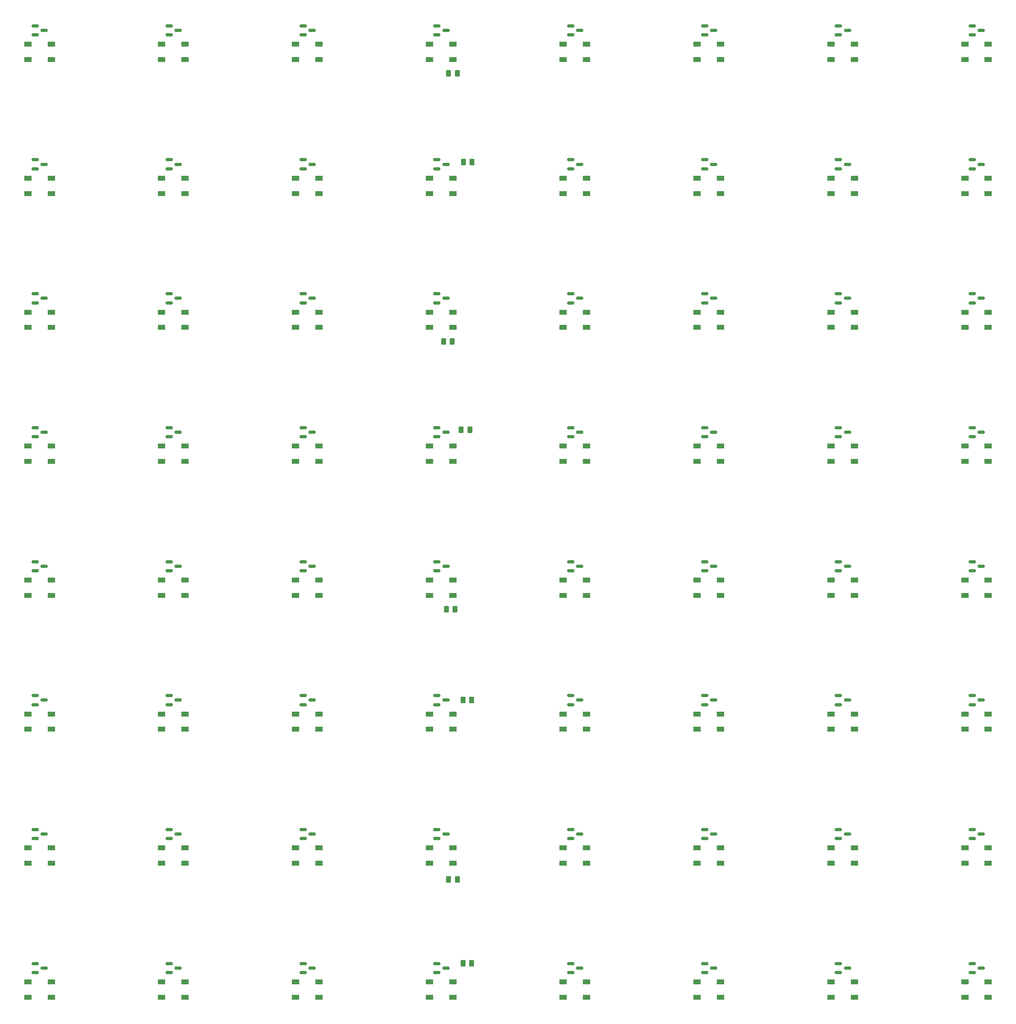
<source format=gtp>
G04 #@! TF.GenerationSoftware,KiCad,Pcbnew,8.0.7*
G04 #@! TF.CreationDate,2025-03-27T18:08:51-05:00*
G04 #@! TF.ProjectId,Chess_board2,43686573-735f-4626-9f61-7264322e6b69,rev?*
G04 #@! TF.SameCoordinates,Original*
G04 #@! TF.FileFunction,Paste,Top*
G04 #@! TF.FilePolarity,Positive*
%FSLAX46Y46*%
G04 Gerber Fmt 4.6, Leading zero omitted, Abs format (unit mm)*
G04 Created by KiCad (PCBNEW 8.0.7) date 2025-03-27 18:08:51*
%MOMM*%
%LPD*%
G01*
G04 APERTURE LIST*
G04 Aperture macros list*
%AMRoundRect*
0 Rectangle with rounded corners*
0 $1 Rounding radius*
0 $2 $3 $4 $5 $6 $7 $8 $9 X,Y pos of 4 corners*
0 Add a 4 corners polygon primitive as box body*
4,1,4,$2,$3,$4,$5,$6,$7,$8,$9,$2,$3,0*
0 Add four circle primitives for the rounded corners*
1,1,$1+$1,$2,$3*
1,1,$1+$1,$4,$5*
1,1,$1+$1,$6,$7*
1,1,$1+$1,$8,$9*
0 Add four rect primitives between the rounded corners*
20,1,$1+$1,$2,$3,$4,$5,0*
20,1,$1+$1,$4,$5,$6,$7,0*
20,1,$1+$1,$6,$7,$8,$9,0*
20,1,$1+$1,$8,$9,$2,$3,0*%
G04 Aperture macros list end*
%ADD10R,1.500000X1.000000*%
%ADD11RoundRect,0.150000X-0.587500X-0.150000X0.587500X-0.150000X0.587500X0.150000X-0.587500X0.150000X0*%
%ADD12RoundRect,0.250000X-0.262500X-0.450000X0.262500X-0.450000X0.262500X0.450000X-0.262500X0.450000X0*%
G04 APERTURE END LIST*
D10*
G04 #@! TO.C,D21*
X433550000Y-127400000D03*
X433550000Y-130600000D03*
X438450000Y-130600000D03*
X438450000Y-127400000D03*
G04 #@! TD*
G04 #@! TO.C,D42*
X349550000Y-211400000D03*
X349550000Y-214600000D03*
X354450000Y-214600000D03*
X354450000Y-211400000D03*
G04 #@! TD*
G04 #@! TO.C,D56*
X517550000Y-239400000D03*
X517550000Y-242600000D03*
X522450000Y-242600000D03*
X522450000Y-239400000D03*
G04 #@! TD*
G04 #@! TO.C,D43*
X377550000Y-211400000D03*
X377550000Y-214600000D03*
X382450000Y-214600000D03*
X382450000Y-211400000D03*
G04 #@! TD*
D11*
G04 #@! TO.C,U12*
X407125000Y-95550000D03*
X407125000Y-97450000D03*
X409000000Y-96500000D03*
G04 #@! TD*
D10*
G04 #@! TO.C,D34*
X349550000Y-183400000D03*
X349550000Y-186600000D03*
X354450000Y-186600000D03*
X354450000Y-183400000D03*
G04 #@! TD*
G04 #@! TO.C,D9*
X321550000Y-99400000D03*
X321550000Y-102600000D03*
X326450000Y-102600000D03*
X326450000Y-99400000D03*
G04 #@! TD*
D12*
G04 #@! TO.C,R7*
X409587500Y-246000000D03*
X411412500Y-246000000D03*
G04 #@! TD*
D10*
G04 #@! TO.C,D45*
X433550000Y-211400000D03*
X433550000Y-214600000D03*
X438450000Y-214600000D03*
X438450000Y-211400000D03*
G04 #@! TD*
D11*
G04 #@! TO.C,U11*
X379125000Y-95550000D03*
X379125000Y-97450000D03*
X381000000Y-96500000D03*
G04 #@! TD*
D10*
G04 #@! TO.C,D1*
X321550000Y-71400000D03*
X321550000Y-74600000D03*
X326450000Y-74600000D03*
X326450000Y-71400000D03*
G04 #@! TD*
D11*
G04 #@! TO.C,U64*
X519125000Y-263550000D03*
X519125000Y-265450000D03*
X521000000Y-264500000D03*
G04 #@! TD*
D10*
G04 #@! TO.C,D32*
X517550000Y-155400000D03*
X517550000Y-158600000D03*
X522450000Y-158600000D03*
X522450000Y-155400000D03*
G04 #@! TD*
D11*
G04 #@! TO.C,U26*
X351125000Y-151550000D03*
X351125000Y-153450000D03*
X353000000Y-152500000D03*
G04 #@! TD*
G04 #@! TO.C,U51*
X379125000Y-235550000D03*
X379125000Y-237450000D03*
X381000000Y-236500000D03*
G04 #@! TD*
D10*
G04 #@! TO.C,D3*
X377550000Y-71400000D03*
X377550000Y-74600000D03*
X382450000Y-74600000D03*
X382450000Y-71400000D03*
G04 #@! TD*
G04 #@! TO.C,D24*
X517550000Y-127400000D03*
X517550000Y-130600000D03*
X522450000Y-130600000D03*
X522450000Y-127400000D03*
G04 #@! TD*
G04 #@! TO.C,D46*
X461550000Y-211400000D03*
X461550000Y-214600000D03*
X466450000Y-214600000D03*
X466450000Y-211400000D03*
G04 #@! TD*
G04 #@! TO.C,D61*
X433550000Y-267400000D03*
X433550000Y-270600000D03*
X438450000Y-270600000D03*
X438450000Y-267400000D03*
G04 #@! TD*
D11*
G04 #@! TO.C,U48*
X519125000Y-207550000D03*
X519125000Y-209450000D03*
X521000000Y-208500000D03*
G04 #@! TD*
G04 #@! TO.C,U45*
X435125000Y-207550000D03*
X435125000Y-209450000D03*
X437000000Y-208500000D03*
G04 #@! TD*
D10*
G04 #@! TO.C,D55*
X489550000Y-239400000D03*
X489550000Y-242600000D03*
X494450000Y-242600000D03*
X494450000Y-239400000D03*
G04 #@! TD*
D11*
G04 #@! TO.C,U62*
X463125000Y-263550000D03*
X463125000Y-265450000D03*
X465000000Y-264500000D03*
G04 #@! TD*
G04 #@! TO.C,U16*
X519125000Y-95550000D03*
X519125000Y-97450000D03*
X521000000Y-96500000D03*
G04 #@! TD*
D12*
G04 #@! TO.C,R6*
X412587500Y-208500000D03*
X414412500Y-208500000D03*
G04 #@! TD*
D10*
G04 #@! TO.C,D30*
X461550000Y-155400000D03*
X461550000Y-158600000D03*
X466450000Y-158600000D03*
X466450000Y-155400000D03*
G04 #@! TD*
G04 #@! TO.C,D26*
X349550000Y-155400000D03*
X349550000Y-158600000D03*
X354450000Y-158600000D03*
X354450000Y-155400000D03*
G04 #@! TD*
G04 #@! TO.C,D50*
X349550000Y-239400000D03*
X349550000Y-242600000D03*
X354450000Y-242600000D03*
X354450000Y-239400000D03*
G04 #@! TD*
D12*
G04 #@! TO.C,R8*
X412587500Y-263500000D03*
X414412500Y-263500000D03*
G04 #@! TD*
D10*
G04 #@! TO.C,D16*
X517550000Y-99400000D03*
X517550000Y-102600000D03*
X522450000Y-102600000D03*
X522450000Y-99400000D03*
G04 #@! TD*
D11*
G04 #@! TO.C,U29*
X435125000Y-151550000D03*
X435125000Y-153450000D03*
X437000000Y-152500000D03*
G04 #@! TD*
G04 #@! TO.C,U22*
X463125000Y-123550000D03*
X463125000Y-125450000D03*
X465000000Y-124500000D03*
G04 #@! TD*
G04 #@! TO.C,U42*
X351125000Y-207550000D03*
X351125000Y-209450000D03*
X353000000Y-208500000D03*
G04 #@! TD*
D10*
G04 #@! TO.C,D17*
X321550000Y-127400000D03*
X321550000Y-130600000D03*
X326450000Y-130600000D03*
X326450000Y-127400000D03*
G04 #@! TD*
D11*
G04 #@! TO.C,U50*
X351125000Y-235550000D03*
X351125000Y-237450000D03*
X353000000Y-236500000D03*
G04 #@! TD*
D10*
G04 #@! TO.C,D14*
X461550000Y-99400000D03*
X461550000Y-102600000D03*
X466450000Y-102600000D03*
X466450000Y-99400000D03*
G04 #@! TD*
G04 #@! TO.C,D5*
X433550000Y-71400000D03*
X433550000Y-74600000D03*
X438450000Y-74600000D03*
X438450000Y-71400000D03*
G04 #@! TD*
G04 #@! TO.C,D27*
X377550000Y-155400000D03*
X377550000Y-158600000D03*
X382450000Y-158600000D03*
X382450000Y-155400000D03*
G04 #@! TD*
D11*
G04 #@! TO.C,U24*
X519125000Y-123550000D03*
X519125000Y-125450000D03*
X521000000Y-124500000D03*
G04 #@! TD*
G04 #@! TO.C,U28*
X407125000Y-151550000D03*
X407125000Y-153450000D03*
X409000000Y-152500000D03*
G04 #@! TD*
D10*
G04 #@! TO.C,D18*
X349550000Y-127400000D03*
X349550000Y-130600000D03*
X354450000Y-130600000D03*
X354450000Y-127400000D03*
G04 #@! TD*
G04 #@! TO.C,D49*
X321550000Y-239400000D03*
X321550000Y-242600000D03*
X326450000Y-242600000D03*
X326450000Y-239400000D03*
G04 #@! TD*
G04 #@! TO.C,D31*
X489550000Y-155400000D03*
X489550000Y-158600000D03*
X494450000Y-158600000D03*
X494450000Y-155400000D03*
G04 #@! TD*
D11*
G04 #@! TO.C,U21*
X435125000Y-123550000D03*
X435125000Y-125450000D03*
X437000000Y-124500000D03*
G04 #@! TD*
G04 #@! TO.C,U23*
X491125000Y-123550000D03*
X491125000Y-125450000D03*
X493000000Y-124500000D03*
G04 #@! TD*
G04 #@! TO.C,U31*
X491125000Y-151550000D03*
X491125000Y-153450000D03*
X493000000Y-152500000D03*
G04 #@! TD*
G04 #@! TO.C,U10*
X351125000Y-95550000D03*
X351125000Y-97450000D03*
X353000000Y-96500000D03*
G04 #@! TD*
D12*
G04 #@! TO.C,R1*
X409587500Y-77500000D03*
X411412500Y-77500000D03*
G04 #@! TD*
D10*
G04 #@! TO.C,D15*
X489550000Y-99400000D03*
X489550000Y-102600000D03*
X494450000Y-102600000D03*
X494450000Y-99400000D03*
G04 #@! TD*
D11*
G04 #@! TO.C,U20*
X407125000Y-123550000D03*
X407125000Y-125450000D03*
X409000000Y-124500000D03*
G04 #@! TD*
D10*
G04 #@! TO.C,D54*
X461550000Y-239400000D03*
X461550000Y-242600000D03*
X466450000Y-242600000D03*
X466450000Y-239400000D03*
G04 #@! TD*
D11*
G04 #@! TO.C,U34*
X351125000Y-179550000D03*
X351125000Y-181450000D03*
X353000000Y-180500000D03*
G04 #@! TD*
G04 #@! TO.C,U38*
X463125000Y-179550000D03*
X463125000Y-181450000D03*
X465000000Y-180500000D03*
G04 #@! TD*
G04 #@! TO.C,U55*
X491125000Y-235550000D03*
X491125000Y-237450000D03*
X493000000Y-236500000D03*
G04 #@! TD*
D10*
G04 #@! TO.C,D37*
X433550000Y-183400000D03*
X433550000Y-186600000D03*
X438450000Y-186600000D03*
X438450000Y-183400000D03*
G04 #@! TD*
D11*
G04 #@! TO.C,U4*
X407125000Y-67550000D03*
X407125000Y-69450000D03*
X409000000Y-68500000D03*
G04 #@! TD*
D10*
G04 #@! TO.C,D48*
X517550000Y-211400000D03*
X517550000Y-214600000D03*
X522450000Y-214600000D03*
X522450000Y-211400000D03*
G04 #@! TD*
D11*
G04 #@! TO.C,U36*
X407125000Y-179550000D03*
X407125000Y-181450000D03*
X409000000Y-180500000D03*
G04 #@! TD*
G04 #@! TO.C,U49*
X323125000Y-235550000D03*
X323125000Y-237450000D03*
X325000000Y-236500000D03*
G04 #@! TD*
G04 #@! TO.C,U14*
X463125000Y-95550000D03*
X463125000Y-97450000D03*
X465000000Y-96500000D03*
G04 #@! TD*
G04 #@! TO.C,U35*
X379125000Y-179550000D03*
X379125000Y-181450000D03*
X381000000Y-180500000D03*
G04 #@! TD*
G04 #@! TO.C,U39*
X491125000Y-179550000D03*
X491125000Y-181450000D03*
X493000000Y-180500000D03*
G04 #@! TD*
G04 #@! TO.C,U60*
X407125000Y-263550000D03*
X407125000Y-265450000D03*
X409000000Y-264500000D03*
G04 #@! TD*
G04 #@! TO.C,U57*
X323125000Y-263550000D03*
X323125000Y-265450000D03*
X325000000Y-264500000D03*
G04 #@! TD*
D10*
G04 #@! TO.C,D8*
X517550000Y-71400000D03*
X517550000Y-74600000D03*
X522450000Y-74600000D03*
X522450000Y-71400000D03*
G04 #@! TD*
G04 #@! TO.C,D12*
X405550000Y-99400000D03*
X405550000Y-102600000D03*
X410450000Y-102600000D03*
X410450000Y-99400000D03*
G04 #@! TD*
D12*
G04 #@! TO.C,R2*
X412675000Y-96000000D03*
X414500000Y-96000000D03*
G04 #@! TD*
D11*
G04 #@! TO.C,U56*
X519125000Y-235550000D03*
X519125000Y-237450000D03*
X521000000Y-236500000D03*
G04 #@! TD*
D10*
G04 #@! TO.C,D60*
X405550000Y-267400000D03*
X405550000Y-270600000D03*
X410450000Y-270600000D03*
X410450000Y-267400000D03*
G04 #@! TD*
D12*
G04 #@! TO.C,R4*
X412175000Y-152000000D03*
X414000000Y-152000000D03*
G04 #@! TD*
D11*
G04 #@! TO.C,U44*
X407125000Y-207550000D03*
X407125000Y-209450000D03*
X409000000Y-208500000D03*
G04 #@! TD*
G04 #@! TO.C,U30*
X463125000Y-151550000D03*
X463125000Y-153450000D03*
X465000000Y-152500000D03*
G04 #@! TD*
G04 #@! TO.C,U27*
X379125000Y-151550000D03*
X379125000Y-153450000D03*
X381000000Y-152500000D03*
G04 #@! TD*
G04 #@! TO.C,U8*
X519125000Y-67550000D03*
X519125000Y-69450000D03*
X521000000Y-68500000D03*
G04 #@! TD*
D10*
G04 #@! TO.C,D6*
X461550000Y-71400000D03*
X461550000Y-74600000D03*
X466450000Y-74600000D03*
X466450000Y-71400000D03*
G04 #@! TD*
D11*
G04 #@! TO.C,U25*
X323125000Y-151550000D03*
X323125000Y-153450000D03*
X325000000Y-152500000D03*
G04 #@! TD*
D10*
G04 #@! TO.C,D40*
X517550000Y-183400000D03*
X517550000Y-186600000D03*
X522450000Y-186600000D03*
X522450000Y-183400000D03*
G04 #@! TD*
G04 #@! TO.C,D35*
X377550000Y-183400000D03*
X377550000Y-186600000D03*
X382450000Y-186600000D03*
X382450000Y-183400000D03*
G04 #@! TD*
G04 #@! TO.C,D52*
X405550000Y-239400000D03*
X405550000Y-242600000D03*
X410450000Y-242600000D03*
X410450000Y-239400000D03*
G04 #@! TD*
G04 #@! TO.C,D20*
X405550000Y-127400000D03*
X405550000Y-130600000D03*
X410450000Y-130600000D03*
X410450000Y-127400000D03*
G04 #@! TD*
G04 #@! TO.C,D23*
X489550000Y-127400000D03*
X489550000Y-130600000D03*
X494450000Y-130600000D03*
X494450000Y-127400000D03*
G04 #@! TD*
G04 #@! TO.C,D25*
X321550000Y-155400000D03*
X321550000Y-158600000D03*
X326450000Y-158600000D03*
X326450000Y-155400000D03*
G04 #@! TD*
D11*
G04 #@! TO.C,U19*
X379125000Y-123550000D03*
X379125000Y-125450000D03*
X381000000Y-124500000D03*
G04 #@! TD*
D10*
G04 #@! TO.C,D36*
X405550000Y-183400000D03*
X405550000Y-186600000D03*
X410450000Y-186600000D03*
X410450000Y-183400000D03*
G04 #@! TD*
G04 #@! TO.C,D2*
X349550000Y-71400000D03*
X349550000Y-74600000D03*
X354450000Y-74600000D03*
X354450000Y-71400000D03*
G04 #@! TD*
G04 #@! TO.C,D64*
X517550000Y-267400000D03*
X517550000Y-270600000D03*
X522450000Y-270600000D03*
X522450000Y-267400000D03*
G04 #@! TD*
D11*
G04 #@! TO.C,U32*
X519125000Y-151550000D03*
X519125000Y-153450000D03*
X521000000Y-152500000D03*
G04 #@! TD*
G04 #@! TO.C,U46*
X463125000Y-207550000D03*
X463125000Y-209450000D03*
X465000000Y-208500000D03*
G04 #@! TD*
D10*
G04 #@! TO.C,D63*
X489550000Y-267400000D03*
X489550000Y-270600000D03*
X494450000Y-270600000D03*
X494450000Y-267400000D03*
G04 #@! TD*
D12*
G04 #@! TO.C,R3*
X408500000Y-133500000D03*
X410325000Y-133500000D03*
G04 #@! TD*
D11*
G04 #@! TO.C,U2*
X351125000Y-67550000D03*
X351125000Y-69450000D03*
X353000000Y-68500000D03*
G04 #@! TD*
D12*
G04 #@! TO.C,R5*
X409087500Y-189500000D03*
X410912500Y-189500000D03*
G04 #@! TD*
D10*
G04 #@! TO.C,D47*
X489550000Y-211400000D03*
X489550000Y-214600000D03*
X494450000Y-214600000D03*
X494450000Y-211400000D03*
G04 #@! TD*
G04 #@! TO.C,D28*
X405550000Y-155400000D03*
X405550000Y-158600000D03*
X410450000Y-158600000D03*
X410450000Y-155400000D03*
G04 #@! TD*
D11*
G04 #@! TO.C,U9*
X323125000Y-95550000D03*
X323125000Y-97450000D03*
X325000000Y-96500000D03*
G04 #@! TD*
D10*
G04 #@! TO.C,D41*
X321550000Y-211400000D03*
X321550000Y-214600000D03*
X326450000Y-214600000D03*
X326450000Y-211400000D03*
G04 #@! TD*
G04 #@! TO.C,D44*
X405550000Y-211400000D03*
X405550000Y-214600000D03*
X410450000Y-214600000D03*
X410450000Y-211400000D03*
G04 #@! TD*
D11*
G04 #@! TO.C,U17*
X323125000Y-123550000D03*
X323125000Y-125450000D03*
X325000000Y-124500000D03*
G04 #@! TD*
D10*
G04 #@! TO.C,D19*
X377550000Y-127400000D03*
X377550000Y-130600000D03*
X382450000Y-130600000D03*
X382450000Y-127400000D03*
G04 #@! TD*
G04 #@! TO.C,D38*
X461550000Y-183400000D03*
X461550000Y-186600000D03*
X466450000Y-186600000D03*
X466450000Y-183400000D03*
G04 #@! TD*
G04 #@! TO.C,D62*
X461550000Y-267400000D03*
X461550000Y-270600000D03*
X466450000Y-270600000D03*
X466450000Y-267400000D03*
G04 #@! TD*
D11*
G04 #@! TO.C,U40*
X519125000Y-179550000D03*
X519125000Y-181450000D03*
X521000000Y-180500000D03*
G04 #@! TD*
D10*
G04 #@! TO.C,D10*
X349550000Y-99400000D03*
X349550000Y-102600000D03*
X354450000Y-102600000D03*
X354450000Y-99400000D03*
G04 #@! TD*
G04 #@! TO.C,D58*
X349550000Y-267400000D03*
X349550000Y-270600000D03*
X354450000Y-270600000D03*
X354450000Y-267400000D03*
G04 #@! TD*
G04 #@! TO.C,D57*
X321550000Y-267400000D03*
X321550000Y-270600000D03*
X326450000Y-270600000D03*
X326450000Y-267400000D03*
G04 #@! TD*
D11*
G04 #@! TO.C,U3*
X379125000Y-67550000D03*
X379125000Y-69450000D03*
X381000000Y-68500000D03*
G04 #@! TD*
G04 #@! TO.C,U58*
X351125000Y-263550000D03*
X351125000Y-265450000D03*
X353000000Y-264500000D03*
G04 #@! TD*
D10*
G04 #@! TO.C,D53*
X433550000Y-239400000D03*
X433550000Y-242600000D03*
X438450000Y-242600000D03*
X438450000Y-239400000D03*
G04 #@! TD*
G04 #@! TO.C,D22*
X461550000Y-127400000D03*
X461550000Y-130600000D03*
X466450000Y-130600000D03*
X466450000Y-127400000D03*
G04 #@! TD*
D11*
G04 #@! TO.C,U61*
X435125000Y-263550000D03*
X435125000Y-265450000D03*
X437000000Y-264500000D03*
G04 #@! TD*
G04 #@! TO.C,U47*
X491125000Y-207550000D03*
X491125000Y-209450000D03*
X493000000Y-208500000D03*
G04 #@! TD*
D10*
G04 #@! TO.C,D33*
X321550000Y-183400000D03*
X321550000Y-186600000D03*
X326450000Y-186600000D03*
X326450000Y-183400000D03*
G04 #@! TD*
D11*
G04 #@! TO.C,U43*
X379125000Y-207550000D03*
X379125000Y-209450000D03*
X381000000Y-208500000D03*
G04 #@! TD*
G04 #@! TO.C,U5*
X435125000Y-67550000D03*
X435125000Y-69450000D03*
X437000000Y-68500000D03*
G04 #@! TD*
G04 #@! TO.C,U1*
X323125000Y-67550000D03*
X323125000Y-69450000D03*
X325000000Y-68500000D03*
G04 #@! TD*
G04 #@! TO.C,U18*
X351125000Y-123550000D03*
X351125000Y-125450000D03*
X353000000Y-124500000D03*
G04 #@! TD*
G04 #@! TO.C,U63*
X491125000Y-263550000D03*
X491125000Y-265450000D03*
X493000000Y-264500000D03*
G04 #@! TD*
D10*
G04 #@! TO.C,D7*
X489550000Y-71400000D03*
X489550000Y-74600000D03*
X494450000Y-74600000D03*
X494450000Y-71400000D03*
G04 #@! TD*
D11*
G04 #@! TO.C,U52*
X407125000Y-235550000D03*
X407125000Y-237450000D03*
X409000000Y-236500000D03*
G04 #@! TD*
G04 #@! TO.C,U15*
X491125000Y-95550000D03*
X491125000Y-97450000D03*
X493000000Y-96500000D03*
G04 #@! TD*
G04 #@! TO.C,U37*
X435125000Y-179550000D03*
X435125000Y-181450000D03*
X437000000Y-180500000D03*
G04 #@! TD*
G04 #@! TO.C,U33*
X323125000Y-179550000D03*
X323125000Y-181450000D03*
X325000000Y-180500000D03*
G04 #@! TD*
D10*
G04 #@! TO.C,D13*
X433550000Y-99400000D03*
X433550000Y-102600000D03*
X438450000Y-102600000D03*
X438450000Y-99400000D03*
G04 #@! TD*
G04 #@! TO.C,D11*
X377550000Y-99400000D03*
X377550000Y-102600000D03*
X382450000Y-102600000D03*
X382450000Y-99400000D03*
G04 #@! TD*
G04 #@! TO.C,D59*
X377550000Y-267400000D03*
X377550000Y-270600000D03*
X382450000Y-270600000D03*
X382450000Y-267400000D03*
G04 #@! TD*
G04 #@! TO.C,D4*
X405550000Y-71400000D03*
X405550000Y-74600000D03*
X410450000Y-74600000D03*
X410450000Y-71400000D03*
G04 #@! TD*
D11*
G04 #@! TO.C,U7*
X491125000Y-67550000D03*
X491125000Y-69450000D03*
X493000000Y-68500000D03*
G04 #@! TD*
G04 #@! TO.C,U53*
X435125000Y-235550000D03*
X435125000Y-237450000D03*
X437000000Y-236500000D03*
G04 #@! TD*
G04 #@! TO.C,U6*
X463125000Y-67550000D03*
X463125000Y-69450000D03*
X465000000Y-68500000D03*
G04 #@! TD*
G04 #@! TO.C,U41*
X323125000Y-207550000D03*
X323125000Y-209450000D03*
X325000000Y-208500000D03*
G04 #@! TD*
G04 #@! TO.C,U13*
X435125000Y-95550000D03*
X435125000Y-97450000D03*
X437000000Y-96500000D03*
G04 #@! TD*
G04 #@! TO.C,U54*
X463125000Y-235550000D03*
X463125000Y-237450000D03*
X465000000Y-236500000D03*
G04 #@! TD*
G04 #@! TO.C,U59*
X379125000Y-263550000D03*
X379125000Y-265450000D03*
X381000000Y-264500000D03*
G04 #@! TD*
D10*
G04 #@! TO.C,D51*
X377550000Y-239400000D03*
X377550000Y-242600000D03*
X382450000Y-242600000D03*
X382450000Y-239400000D03*
G04 #@! TD*
G04 #@! TO.C,D29*
X433550000Y-155400000D03*
X433550000Y-158600000D03*
X438450000Y-158600000D03*
X438450000Y-155400000D03*
G04 #@! TD*
G04 #@! TO.C,D39*
X489550000Y-183400000D03*
X489550000Y-186600000D03*
X494450000Y-186600000D03*
X494450000Y-183400000D03*
G04 #@! TD*
M02*

</source>
